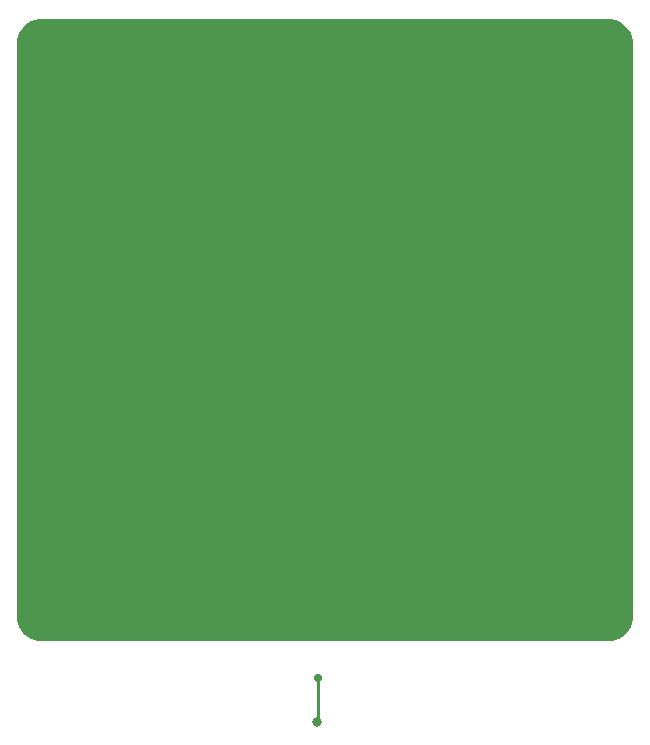
<source format=gbr>
%TF.GenerationSoftware,KiCad,Pcbnew,8.0.8-8.0.8-0~ubuntu22.04.1*%
%TF.CreationDate,2025-02-06T23:59:06-05:00*%
%TF.ProjectId,F50FQLOJRETY30F,46353046-514c-44f4-9a52-455459333046,rev?*%
%TF.SameCoordinates,Original*%
%TF.FileFunction,Copper,L1,Top*%
%TF.FilePolarity,Positive*%
%FSLAX46Y46*%
G04 Gerber Fmt 4.6, Leading zero omitted, Abs format (unit mm)*
G04 Created by KiCad (PCBNEW 8.0.8-8.0.8-0~ubuntu22.04.1) date 2025-02-06 23:59:06*
%MOMM*%
%LPD*%
G01*
G04 APERTURE LIST*
%TA.AperFunction,ComponentPad*%
%ADD10C,0.808000*%
%TD*%
%TA.AperFunction,ViaPad*%
%ADD11C,0.706400*%
%TD*%
%TA.AperFunction,Conductor*%
%ADD12C,0.250000*%
%TD*%
G04 APERTURE END LIST*
D10*
%TO.P,ANT0,P$2*%
%TO.N,N$9*%
X147866100Y-122778600D03*
%TD*%
D11*
%TO.N,N$9*%
X147917100Y-118974600D03*
%TD*%
D12*
%TO.N,N$9*%
X147917100Y-122727600D02*
X147866100Y-122778600D01*
X147917100Y-118974600D02*
X147917100Y-122727600D01*
%TD*%
%TA.AperFunction,NonConductor*%
G36*
X172505079Y-63228693D02*
G01*
X172793833Y-63249345D01*
X172798973Y-63250084D01*
X173083198Y-63311913D01*
X173088194Y-63313380D01*
X173360720Y-63415027D01*
X173365458Y-63417191D01*
X173506949Y-63494451D01*
X173620743Y-63556587D01*
X173625121Y-63559400D01*
X173857976Y-63733714D01*
X173861911Y-63737125D01*
X174067574Y-63942788D01*
X174070985Y-63946723D01*
X174245299Y-64179578D01*
X174248114Y-64183959D01*
X174387508Y-64439241D01*
X174389672Y-64443979D01*
X174491319Y-64716505D01*
X174492786Y-64721501D01*
X174554614Y-65005719D01*
X174555355Y-65010874D01*
X174576007Y-65299620D01*
X174576100Y-65302224D01*
X174576100Y-113804975D01*
X174576007Y-113807579D01*
X174555355Y-114096325D01*
X174554614Y-114101480D01*
X174492786Y-114385698D01*
X174491319Y-114390694D01*
X174389672Y-114663220D01*
X174387508Y-114667958D01*
X174248114Y-114923240D01*
X174245299Y-114927621D01*
X174070985Y-115160476D01*
X174067574Y-115164411D01*
X173861911Y-115370074D01*
X173857976Y-115373485D01*
X173625121Y-115547799D01*
X173620740Y-115550614D01*
X173365458Y-115690008D01*
X173360720Y-115692172D01*
X173088194Y-115793819D01*
X173083198Y-115795286D01*
X172798980Y-115857114D01*
X172793825Y-115857855D01*
X172505079Y-115878507D01*
X172502475Y-115878600D01*
X124499725Y-115878600D01*
X124497121Y-115878507D01*
X124208374Y-115857855D01*
X124203219Y-115857114D01*
X123919001Y-115795286D01*
X123914005Y-115793819D01*
X123641479Y-115692172D01*
X123636741Y-115690008D01*
X123381459Y-115550614D01*
X123377078Y-115547799D01*
X123144223Y-115373485D01*
X123140288Y-115370074D01*
X122934625Y-115164411D01*
X122931214Y-115160476D01*
X122756900Y-114927621D01*
X122754085Y-114923240D01*
X122614691Y-114667958D01*
X122612527Y-114663220D01*
X122510880Y-114390694D01*
X122509413Y-114385698D01*
X122447585Y-114101480D01*
X122446845Y-114096333D01*
X122426193Y-113807579D01*
X122426100Y-113804975D01*
X122426100Y-65302224D01*
X122426193Y-65299620D01*
X122446845Y-65010864D01*
X122447583Y-65005728D01*
X122509414Y-64721497D01*
X122510880Y-64716505D01*
X122612527Y-64443979D01*
X122614691Y-64439241D01*
X122754091Y-64183949D01*
X122756893Y-64179588D01*
X122931220Y-63946715D01*
X122934618Y-63942795D01*
X123140295Y-63737118D01*
X123144215Y-63733720D01*
X123377088Y-63559393D01*
X123381449Y-63556591D01*
X123636741Y-63417190D01*
X123641479Y-63415027D01*
X123914008Y-63313378D01*
X123918997Y-63311914D01*
X124203228Y-63250083D01*
X124208364Y-63249345D01*
X124497121Y-63228693D01*
X124499725Y-63228600D01*
X172502475Y-63228600D01*
X172505079Y-63228693D01*
G37*
%TD.AperFunction*%
M02*

</source>
